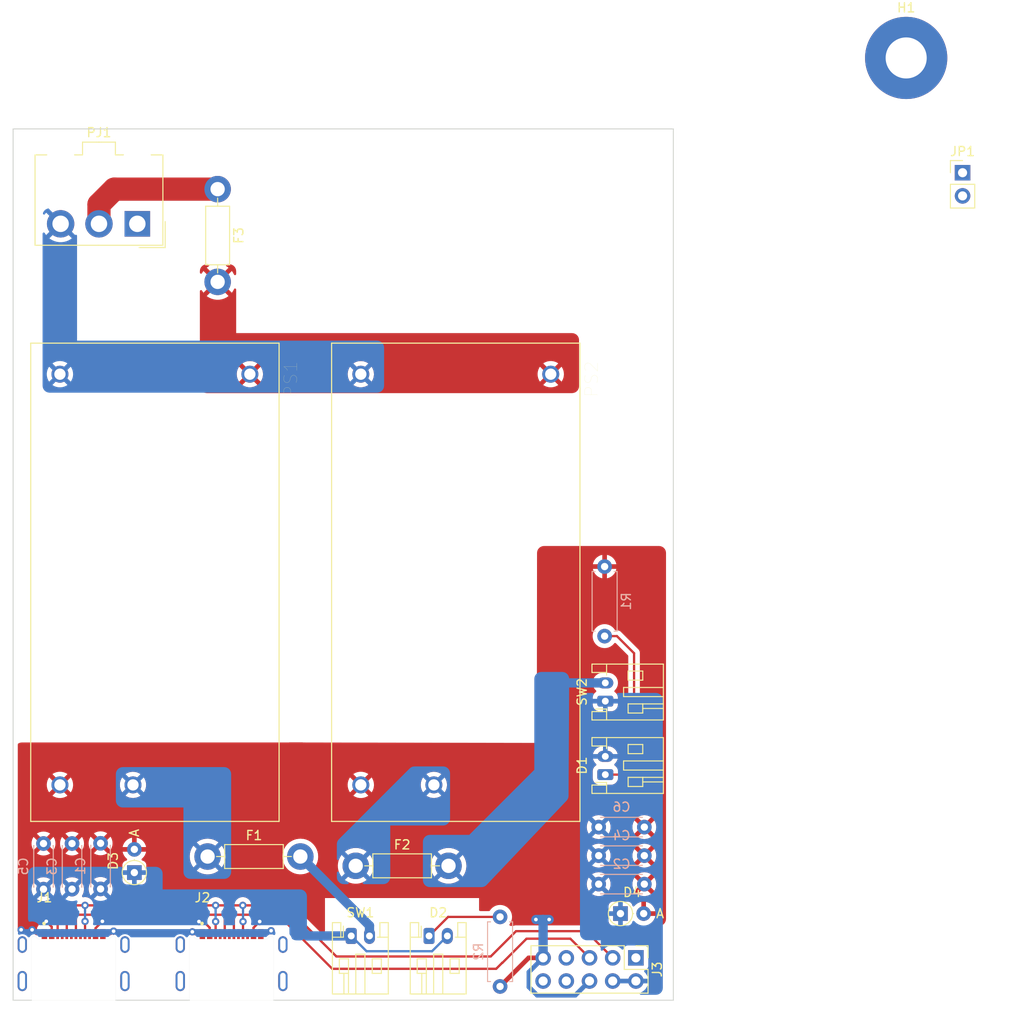
<source format=kicad_pcb>
(kicad_pcb (version 20211014) (generator pcbnew)
  (layers (0 "F.Cu" signal) (31 "B.Cu" signal) (34 "B.Paste" user) (35 "F.Paste" user) (36 "B.SilkS" user "B.Silkscreen") (37 "F.SilkS" user "F.Silkscreen") (38 "B.Mask" user) (39 "F.Mask" user) (44 "Edge.Cuts" user))
  (net 0 "")
  (net 1 "Net-(D1-Pad1)")
  (net 2 "Net-(F1-Pad2)")
  (net 3 "Net-(D2-Pad1)")
  (net 4 "Net-(F2-Pad2)")
  (net 5 "Net-(F1-Pad1)")
  (net 6 "Net-(F2-Pad1)")
  (net 7 "Net-(F3-Pad1)")
  (net 8 "ac_pos")
  (net 9 "Teensy_Power")
  (net 10 "/rpi_scl")
  (net 11 "/rpi_sda")
  (net 12 "ac_chassis")
  (net 14 "RPi_Power")
  (net 15 "RPi_Gnd")
  (net 19 "ac_neg")
  (net 20 "dgnd")
  (footprint "Connector_JST:JST_PH_S2B-PH-K_1x02_P2.00mm_Horizontal" (layer "F.Cu") (at 121.65 123.85)
    (fp_text reference "D2")
    (fp_text value "LED")
  )
  (footprint "teensy:MOLEX_2169900003" (layer "F.Cu") (at 82.725 128.7925)
    (fp_text reference "J1")
    (fp_text value "2169900003")
    (fp_line (start -3.80038 -4.6) (end 3.80038 -4.6) (layer "Edge.Cuts") (width 0.01))
    (fp_line (start -4.62 2.1) (end 4.62 2.1) (layer "Edge.Cuts") (width 0.01))
    (fp_line (start 4.62 2.1) (end 4.62 -4.6) (layer "Edge.Cuts") (width 0.01))
    (fp_line (start -4.62 2.1) (end -4.62 -4.6) (layer "Edge.Cuts") (width 0.01))
    (fp_arc (start 4.06019 -4.75) (mid 3.95038 -4.640198) (end 3.80038 -4.6) (layer "Edge.Cuts") (width 0.01))
    (fp_arc (start -4.62 -4.6) (mid -4.397645 -4.889779) (end -4.060191 -4.75) (layer "Edge.Cuts") (width 0.01))
    (fp_arc (start -3.80038 -4.6) (mid -3.950382 -4.640191) (end -4.060191 -4.75) (layer "Edge.Cuts") (width 0.01))
    (fp_arc (start 4.06019 -4.75) (mid 4.397645 -4.88978) (end 4.62 -4.600001) (layer "Edge.Cuts") (width 0.01))
  )
  (footprint "teensy:MOLEX_2169900003" (layer "F.Cu") (at 100.025 128.7925)
    (fp_text reference "J2")
    (fp_text value "2169900003")
    (fp_line (start -3.80038 -4.6) (end 3.80038 -4.6) (layer "Edge.Cuts") (width 0.01))
    (fp_line (start 4.62 2.1) (end 4.62 -4.6) (layer "Edge.Cuts") (width 0.01))
    (fp_line (start -4.62 2.1) (end -4.62 -4.6) (layer "Edge.Cuts") (width 0.01))
    (fp_line (start -4.62 2.1) (end 4.62 2.1) (layer "Edge.Cuts") (width 0.01))
    (fp_arc (start -4.62 -4.6) (mid -4.397645 -4.889779) (end -4.060191 -4.75) (layer "Edge.Cuts") (width 0.01))
    (fp_arc (start -3.80038 -4.6) (mid -3.950382 -4.640191) (end -4.060191 -4.75) (layer "Edge.Cuts") (width 0.01))
    (fp_arc (start 4.06019 -4.75) (mid 4.397645 -4.88978) (end 4.62 -4.600001) (layer "Edge.Cuts") (width 0.01))
    (fp_arc (start 4.06019 -4.75) (mid 3.95038 -4.640198) (end 3.80038 -4.6) (layer "Edge.Cuts") (width 0.01))
  )
  (footprint "Connector_PinHeader_2.54mm:PinHeader_1x02_P2.54mm_Vertical" (layer "F.Cu") (at 180.075 40.225)
    (fp_text reference "JP1")
    (fp_text value "Jumper_NO_Small")
  )
  (footprint "Diode_THT:D_DO-35_SOD27_P2.54mm_Vertical_AnodeUp" (layer "F.Cu") (at 89.375 116.906815 90)
    (fp_text reference "D3")
    (fp_text value "5.1V Zener")
  )
  (footprint "teensy:LittleFuseHolder" (layer "F.Cu") (at 113.62 116.1675)
    (fp_text reference "F2")
    (fp_text value "4A Fuse ")
  )
  (footprint "teensy:ACDC5V" (layer "F.Cu") (at 124.575 85.1 -90)
    (fp_text reference "PS2")
    (fp_text value "IRM-20-5")
  )
  (footprint "Connector_JST:JST_PH_S2B-PH-K_1x02_P2.00mm_Horizontal" (layer "F.Cu") (at 113.125 123.85)
    (fp_text reference "SW1")
    (fp_text value "SW_SPST")
  )
  (footprint "teensy:Molex_MiniFit-JR-5556-06A_1x03x4.20mm_Straight_copy" (layer "F.Cu") (at 89.7 45.825 180)
    (fp_text reference "PJ1")
    (fp_text value "1723101103")
  )
  (footprint "Connector_JST:JST_PH_S2B-PH-K_1x02_P2.00mm_Horizontal" (layer "F.Cu") (at 140.95 98.125 90)
    (fp_text reference "SW2")
    (fp_text value "SW_SPST")
  )
  (footprint "Connector_PinHeader_2.54mm:PinHeader_2x05_P2.54mm_Vertical" (layer "F.Cu") (at 144.3 126.25 -90)
    (fp_text reference "J3")
    (fp_text value "Conn_02x05_Odd_Even")
  )
  (footprint "MountingHole:MountingHole_4.5mm_Pad" (layer "F.Cu") (at 173.9 27.65)
    (fp_text reference "H1")
    (fp_text value "MountingHole_Pad")
  )
  (footprint "Connector_JST:JST_PH_S2B-PH-K_1x02_P2.00mm_Horizontal" (layer "F.Cu") (at 140.95 106.175 90)
    (fp_text reference "D1")
    (fp_text value "LED")
  )
  (footprint "teensy:ACDC5V" (layer "F.Cu") (at 91.625 85.1 -90)
    (fp_text reference "PS1")
    (fp_text value "IRM-20-5")
  )
  (footprint "teensy:LittleFuseHolder" (layer "F.Cu") (at 97.395 115.15)
    (fp_text reference "F1")
    (fp_text value "4A Fuse ")
  )
  (footprint "Diode_THT:D_DO-35_SOD27_P2.54mm_Vertical_AnodeUp" (layer "F.Cu") (at 142.610686 121.4)
    (fp_text reference "D4")
    (fp_text value "5.1V Zener")
  )
  (footprint "teensy:LittleFuseHolder" (layer "F.Cu") (at 98.495 42.025 -90)
    (fp_text reference "F3")
    (fp_text value "4A Fuse")
  )
  (footprint "Capacitor_THT:C_Disc_D4.3mm_W1.9mm_P5.00mm" (layer "B.Cu") (at 85.675 113.7 -90)
    (fp_text reference "C1")
    (fp_text value "1uF")
  )
  (footprint "Resistor_THT:R_Axial_DIN0207_L6.3mm_D2.5mm_P7.62mm_Horizontal" (layer "B.Cu") (at 129.425 121.765 -90)
    (fp_text reference "R2")
    (fp_text value "0")
  )
  (footprint "Capacitor_THT:C_Disc_D4.3mm_W1.9mm_P5.00mm" (layer "B.Cu") (at 145.225 111.925 180)
    (fp_text reference "C6")
    (fp_text value "10 nF")
  )
  (footprint "Capacitor_THT:C_Disc_D4.3mm_W1.9mm_P5.00mm" (layer "B.Cu") (at 145.225 118.175 180)
    (fp_text reference "C2")
    (fp_text value "1uF")
  )
  (footprint "Resistor_THT:R_Axial_DIN0207_L6.3mm_D2.5mm_P7.62mm_Horizontal" (layer "B.Cu") (at 140.875 91 90)
    (fp_text reference "R1")
    (fp_text value "0")
  )
  (footprint "Capacitor_THT:C_Disc_D4.3mm_W1.9mm_P5.00mm" (layer "B.Cu") (at 145.225 115.05 180)
    (fp_text reference "C4")
    (fp_text value "100 nF")
  )
  (footprint "Capacitor_THT:C_Disc_D4.3mm_W1.9mm_P5.00mm" (layer "B.Cu") (at 79.425 113.725 -90)
    (fp_text reference "C5")
    (fp_text value "10 nF")
  )
  (footprint "Capacitor_THT:C_Disc_D4.3mm_W1.9mm_P5.00mm" (layer "B.Cu") (at 82.55 113.725 -90)
    (fp_text reference "C3")
    (fp_text value "100 nF")
  )
  (gr_line (start 148.4 35.425) (end 76.1 35.425) (layer "Edge.Cuts") (width 0.1))
  (gr_line (start 104.645 130.8925) (end 148.4 130.8925) (layer "Edge.Cuts") (width 0.1))
  (gr_line (start 76.1 35.425) (end 76.1 130.8925) (layer "Edge.Cuts") (width 0.1))
  (gr_line (start 78.105 130.8925) (end 76.1 130.8925) (layer "Edge.Cuts") (width 0.1))
  (gr_line (start 87.345 130.8925) (end 95.405 130.8925) (layer "Edge.Cuts") (width 0.1))
  (gr_line (start 148.4 130.8925) (end 148.4 35.425) (layer "Edge.Cuts") (width 0.1))
  (segment (start 140.95 106.175) (end 143.15 106.175) (width 0.25) (layer "F.Cu") (net 1))
  (segment (start 144.1 105.225) (end 144.1 92.875) (width 0.25) (layer "F.Cu") (net 1))
  (segment (start 143.15 106.175) (end 144.1 105.225) (width 0.25) (layer "F.Cu") (net 1))
  (segment (start 142.225 91) (end 140.875 91) (width 0.25) (layer "F.Cu") (net 1))
  (segment (start 144.1 92.875) (end 142.225 91) (width 0.25) (layer "F.Cu") (net 1))
  (segment (start 115.125 122.72) (end 115.125 123.85) (width 1.016) (layer "B.Cu") (net 2))
  (segment (start 107.555 115.15) (end 115.125 122.72) (width 1.016) (layer "B.Cu") (net 2))
  (segment (start 123.735 121.765) (end 129.425 121.765) (width 0.25) (layer "F.Cu") (net 3))
  (segment (start 121.65 123.85) (end 123.735 121.765) (width 0.25) (layer "F.Cu") (net 3))
  (segment (start 136.75 96.125) (end 136.7 96.175) (width 1.016) (layer "B.Cu") (net 4))
  (segment (start 140.95 96.125) (end 136.75 96.125) (width 1.016) (layer "B.Cu") (net 4))
  (segment (start 85.5 45.825) (end 85.5 43.70368) (width 2.54) (layer "F.Cu") (net 7))
  (segment (start 85.5 43.70368) (end 87.17868 42.025) (width 2.54) (layer "F.Cu") (net 7))
  (segment (start 87.17868 42.025) (end 98.495 42.025) (width 2.54) (layer "F.Cu") (net 7))
  (segment (start 96.45 122.275) (end 96.956522 122.275) (width 0.25) (layer "F.Cu") (net 9))
  (segment (start 97.625 122.943478) (end 97.625 123.6425) (width 0.25) (layer "F.Cu") (net 9))
  (segment (start 96.956522 122.275) (end 97.625 122.943478) (width 0.25) (layer "F.Cu") (net 9))
  (segment (start 80.325 122.85) (end 79.725 122.25) (width 0.25) (layer "F.Cu") (net 9))
  (segment (start 80.325 123.6425) (end 80.325 122.85) (width 0.25) (layer "F.Cu") (net 9))
  (segment (start 102.425 123.6425) (end 102.425 122.95) (width 0.25) (layer "F.Cu") (net 9))
  (segment (start 102.425 122.95) (end 103.1 122.275) (width 0.25) (layer "F.Cu") (net 9))
  (segment (start 85.125 122.99998) (end 85.125 123.6425) (width 0.25) (layer "F.Cu") (net 9))
  (segment (start 85.875 122.24998) (end 85.125 122.99998) (width 0.25) (layer "F.Cu") (net 9))
  (via (at 96.45 122.275) (size 0.8) (drill 0.4) (layers "F.Cu" "B.Cu") (net 9))
  (via (at 85.875 122.24998) (size 0.8) (drill 0.4) (layers "F.Cu" "B.Cu") (net 9))
  (via (at 79.725 122.25) (size 0.8) (drill 0.4) (layers "F.Cu" "B.Cu") (net 9))
  (via (at 103.1 122.275) (size 0.8) (drill 0.4) (layers "F.Cu" "B.Cu") (net 9))
  (segment (start 113.125 123.85) (end 108.35 123.85) (width 1.016) (layer "B.Cu") (net 9))
  (segment (start 123.65 123.85) (end 121.975 125.525) (width 0.25) (layer "B.Cu") (net 9))
  (segment (start 121.975 125.525) (end 114.8 125.525) (width 0.25) (layer "B.Cu") (net 9))
  (segment (start 114.8 125.525) (end 113.125 123.85) (width 0.25) (layer "B.Cu") (net 9))
  (segment (start 108.35 123.85) (end 107.45 122.95) (width 1.016) (layer "B.Cu") (net 9))
  (segment (start 100.275 123.6425) (end 100.275 121.55) (width 0.25) (layer "F.Cu") (net 10))
  (segment (start 82.34952 121.52548) (end 81.975 121.9) (width 0.25) (layer "F.Cu") (net 10))
  (segment (start 81.975 121.9) (end 81.975 123.6425) (width 0.25) (layer "F.Cu") (net 10))
  (segment (start 82.97452 121.52548) (end 82.34952 121.52548) (width 0.25) (layer "F.Cu") (net 10))
  (segment (start 132.325 124.15) (end 129.675 126.8) (width 0.25) (layer "F.Cu") (net 10))
  (segment (start 129.65 126.8) (end 129 127.45) (width 0.25) (layer "F.Cu") (net 10))
  (segment (start 105.12548 121.52548) (end 100.29952 121.52548) (width 0.25) (layer "F.Cu") (net 10))
  (segment (start 137.12 124.15) (end 132.325 124.15) (width 0.25) (layer "F.Cu") (net 10))
  (segment (start 99.275 121.57596) (end 99.22452 121.52548) (width 0.25) (layer "F.Cu") (net 10))
  (segment (start 111.05 127.45) (end 105.12548 121.52548) (width 0.25) (layer "F.Cu") (net 10))
  (segment (start 139.22 126.25) (end 137.12 124.15) (width 0.25) (layer "F.Cu") (net 10))
  (segment (start 82.975 121.52596) (end 82.97452 121.52548) (width 0.25) (layer "F.Cu") (net 10))
  (segment (start 129 127.45) (end 111.05 127.45) (width 0.25) (layer "F.Cu") (net 10))
  (segment (start 129.675 126.8) (end 129.65 126.8) (width 0.25) (layer "F.Cu") (net 10))
  (segment (start 100.29952 121.52548) (end 99.22452 121.52548) (width 0.25) (layer "F.Cu") (net 10))
  (segment (start 100.275 121.55) (end 100.29952 121.52548) (width 0.25) (layer "F.Cu") (net 10))
  (segment (start 99.275 123.6425) (end 99.275 121.57596) (width 0.25) (layer "F.Cu") (net 10))
  (segment (start 99.22452 121.52548) (end 82.97452 121.52548) (width 0.25) (layer "F.Cu") (net 10))
  (segment (start 82.975 123.6425) (end 82.975 121.52596) (width 0.25) (layer "F.Cu") (net 10))
  (segment (start 105.9 120.5) (end 101.25 120.5) (width 0.25) (layer "F.Cu") (net 11))
  (segment (start 81.65 120.5) (end 80.975 121.175) (width 0.25) (layer "F.Cu") (net 11))
  (segment (start 80.975 121.175) (end 80.975 123.6425) (width 0.25) (layer "F.Cu") (net 11))
  (segment (start 98.275 123.6425) (end 98.275 122.275) (width 0.25) (layer "F.Cu") (net 11))
  (segment (start 141.76 126.25) (end 138.835 123.325) (width 0.25) (layer "F.Cu") (net 11))
  (segment (start 111.5 126.1) (end 105.9 120.5) (width 0.25) (layer "F.Cu") (net 11))
  (segment (start 131.175 123.325) (end 128.4 126.1) (width 0.25) (layer "F.Cu") (net 11))
  (segment (start 98.275 120.5) (end 83.975 120.5) (width 0.25) (layer "F.Cu") (net 11))
  (segment (start 138.835 123.325) (end 131.175 123.325) (width 0.25) (layer "F.Cu") (net 11))
  (segment (start 83.975 123.6425) (end 83.975 122.24998) (width 0.25) (layer "F.Cu") (net 11))
  (segment (start 83.975 120.5) (end 81.65 120.5) (width 0.25) (layer "F.Cu") (net 11))
  (segment (start 128.4 126.1) (end 111.5 126.1) (width 0.25) (layer "F.Cu") (net 11))
  (segment (start 101.25 120.5) (end 98.275 120.5) (width 0.25) (layer "F.Cu") (net 11))
  (segment (start 101.275 123.6425) (end 101.275 122.275) (width 0.25) (layer "F.Cu") (net 11))
  (via (at 83.975 120.5) (size 0.8) (drill 0.4) (layers "F.Cu" "B.Cu") (net 11))
  (via (at 83.975 122.24998) (size 0.8) (drill 0.4) (layers "F.Cu" "B.Cu") (net 11))
  (via (at 98.275 120.5) (size 0.8) (drill 0.4) (layers "F.Cu" "B.Cu") (net 11))
  (via (at 101.25 120.5) (size 0.8) (drill 0.4) (layers "F.Cu" "B.Cu") (net 11))
  (via (at 98.275 122.275) (size 0.8) (drill 0.4) (layers "F.Cu" "B.Cu") (net 11))
  (via (at 101.275 122.275) (size 0.8) (drill 0.4) (layers "F.Cu" "B.Cu") (net 11))
  (segment (start 98.275 122.275) (end 98.275 120.5) (width 0.25) (layer "B.Cu") (net 11))
  (segment (start 101.275 122.275) (end 101.275 120.525) (width 0.25) (layer "B.Cu") (net 11))
  (segment (start 83.975 122.24998) (end 83.975 120.5) (width 0.25) (layer "B.Cu") (net 11))
  (segment (start 101.275 120.525) (end 101.25 120.5) (width 0.25) (layer "B.Cu") (net 11))
  (segment (start 132.56 126.25) (end 129.425 129.385) (width 0.508) (layer "F.Cu") (net 15))
  (segment (start 134.14 126.25) (end 132.56 126.25) (width 0.508) (layer "F.Cu") (net 15))
  (segment (start 86.7825 123.6425) (end 87.1 123.325) (width 0.25) (layer "F.Cu") (net 15))
  (segment (start 96.825 123.6425) (end 95.9675 123.6425) (width 0.25) (layer "F.Cu") (net 15))
  (segment (start 95.9675 123.6425) (end 95.725 123.4) (width 0.25) (layer "F.Cu") (net 15))
  (segment (start 85.925 123.6425) (end 86.7825 123.6425) (width 0.25) (layer "F.Cu") (net 15))
  (segment (start 79.525 123.6425) (end 78.642513 123.6425) (width 0.25) (layer "F.Cu") (net 15))
  (segment (start 78.642513 123.6425) (end 78.175002 123.174989) (width 0.25) (layer "F.Cu") (net 15))
  (segment (start 103.9825 123.6425) (end 104.35 123.275) (width 0.25) (layer "F.Cu") (net 15))
  (segment (start 103.225 123.6425) (end 103.9825 123.6425) (width 0.25) (layer "F.Cu") (net 15))
  (via (at 87.1 123.325) (size 0.8) (drill 0.4) (layers "F.Cu" "B.Cu") (net 15))
  (via (at 104.35 123.275) (size 0.8) (drill 0.4) (layers "F.Cu" "B.Cu") (net 15))
  (via (at 78.175002 123.174989) (size 0.8) (drill 0.4) (layers "F.Cu" "B.Cu") (net 15))
  (via (at 134.8 122.05) (size 0.8) (drill 0.4) (layers "F.Cu" "B.Cu") (net 15))
  (via (at 95.725 123.4) (size 0.8) (drill 0.4) (layers "F.Cu" "B.Cu") (net 15))
  (via (at 76.975005 123.174989) (size 0.8) (drill 0.4) (layers "F.Cu" "B.Cu") (net 15))
  (via (at 133.35 122.05) (size 0.8) (drill 0.4) (layers "F.Cu" "B.Cu") (net 15))
  (segment (start 134.14 126.25) (end 132.582489 127.807511) (width 0.508) (layer "B.Cu") (net 15))
  (segment (start 134.14 122.065) (end 134.125 122.05) (width 1.016) (layer "B.Cu") (net 15))
  (segment (start 133.488031 130.347511) (end 137.662489 130.347511) (width 0.508) (layer "B.Cu") (net 15))
  (segment (start 137.662489 130.347511) (end 139.22 128.79) (width 0.508) (layer "B.Cu") (net 15))
  (segment (start 134.125 122.05) (end 134.8 122.05) (width 1.016) (layer "B.Cu") (net 15))
  (segment (start 132.582489 127.807511) (end 132.582489 129.441969) (width 0.508) (layer "B.Cu") (net 15))
  (segment (start 133.35 122.05) (end 134.125 122.05) (width 1.016) (layer "B.Cu") (net 15))
  (segment (start 134.14 126.25) (end 134.14 122.065) (width 1.016) (layer "B.Cu") (net 15))
  (segment (start 132.582489 129.441969) (end 133.488031 130.347511) (width 0.508) (layer "B.Cu") (net 15))
  (zone (net 8) (net_name "ac_pos") (layer "F.Cu") (connect_pads (clearance 0.508)) (min_thickness 0.254) (fill yes (thermal_gap 0.508) (thermal_bridge_width 0.508) (smoothing fillet) (radius 0.762))
    (polygon (pts (xy 100.525 57.8) (xy 138.075 57.8) (xy 138.075 64.375) (xy 96.55 64.375) (xy 96.55 50.25) (xy 100.525 50.25)))
  )
  (zone (net 15) (net_name "RPi_Gnd") (layer "F.Cu") (connect_pads (clearance 0.508)) (min_thickness 0.254) (fill yes (thermal_gap 0.508) (thermal_bridge_width 0.508) (smoothing fillet) (radius 0.762))
    (polygon (pts (xy 147.6 122.75) (xy 127.125 122.75) (xy 127.125 119.7) (xy 106.375 119.7) (xy 106.375 112.275) (xy 106.325 112.275) (xy 106.325 102.65) (xy 133.45 102.7) (xy 133.475 81.125) (xy 147.6 81.125)))
  )
  (zone (net 15) (net_name "RPi_Gnd") (layer "F.Cu") (connect_pads (clearance 0.508)) (min_thickness 0.254) (fill yes (thermal_gap 0.508) (thermal_bridge_width 0.508) (smoothing fillet) (radius 0.762))
    (polygon (pts (xy 107.825 113.6) (xy 110.25 113.6) (xy 110.25 124) (xy 76.3 124) (xy 76.3 102.65) (xy 107.825 102.65)))
  )
  (zone (net 19) (net_name "ac_neg") (layer "B.Cu") (connect_pads (clearance 0.508)) (min_thickness 0.254) (fill yes (thermal_gap 0.508) (thermal_bridge_width 0.508) (smoothing fillet) (radius 0.762))
    (polygon (pts (xy 83.1 58.625) (xy 116.725 58.625) (xy 116.725 64.325) (xy 79.325 64.325) (xy 79.325 44.125) (xy 83.1 44.125)))
  )
  (zone (net 4) (net_name "Net-(F2-Pad2)") (layer "B.Cu") (connect_pads (clearance 0.508)) (min_thickness 0.254) (fill yes (thermal_gap 0.508) (thermal_bridge_width 0.508) (smoothing fillet) (radius 0.762))
    (polygon (pts (xy 136.925 108.8) (xy 127.725 118.5) (xy 120.975 118.5) (xy 120.975 112.775) (xy 126.05 112.775) (xy 133.175 105.65) (xy 133.175 94.925) (xy 137 94.925)))
  )
  (zone (net 5) (net_name "Net-(F1-Pad1)") (layer "B.Cu") (connect_pads (clearance 0.508)) (min_thickness 0.254) (fill yes (thermal_gap 0.508) (thermal_bridge_width 0.508) (smoothing fillet) (radius 0.762))
    (polygon (pts (xy 99.975 117.6) (xy 94.75 117.6) (xy 94.75 109.775) (xy 87.35 109.775) (xy 87.35 105.35) (xy 99.975 105.35)))
  )
  (zone (net 9) (net_name "Teensy_Power") (layer "B.Cu") (connect_pads (clearance 0.508)) (min_thickness 0.254) (fill yes (thermal_gap 0.508) (thermal_bridge_width 0.508) (smoothing fillet) (radius 0.762))
    (polygon (pts (xy 92.475 118.75) (xy 108.275 118.75) (xy 108.275 124.35) (xy 106.375 124.325) (xy 106.35 122.675) (xy 77.725 122.675) (xy 77.725 116.275) (xy 92.475 116.275)))
  )
  (zone (net 14) (net_name "RPi_Power") (layer "B.Cu") (connect_pads (clearance 0.508)) (min_thickness 0.254) (fill yes (thermal_gap 0.508) (thermal_bridge_width 0.508) (smoothing fillet) (radius 0.762))
    (polygon (pts (xy 147.25 130.3) (xy 140.45 130.3) (xy 140.45 124.325) (xy 138.175 124.325) (xy 138.175 97.225) (xy 147.25 97.225)))
  )
  (zone (net 15) (net_name "RPi_Gnd") (layer "B.Cu") (connect_pads (clearance 0.2286)) (min_thickness 0.254) (fill yes (thermal_gap 0.508) (thermal_bridge_width 0.508) (smoothing fillet) (radius 0.762))
    (polygon (pts (xy 104.825 124) (xy 76.625 124) (xy 76.625 123.1) (xy 104.825 123.1)))
  )
  (zone (net 6) (net_name "Net-(F2-Pad1)") (layer "B.Cu") (connect_pads (clearance 0.508)) (min_thickness 0.254) (fill yes (thermal_gap 0.508) (thermal_bridge_width 0.508) (smoothing fillet) (radius 0.762))
    (polygon (pts (xy 123.95 111.75) (xy 117.4 111.75) (xy 117.4 118.175) (xy 111.55 118.175) (xy 111.55 113.475) (xy 119.75 105.275) (xy 123.95 105.275)))
  )
)
</source>
